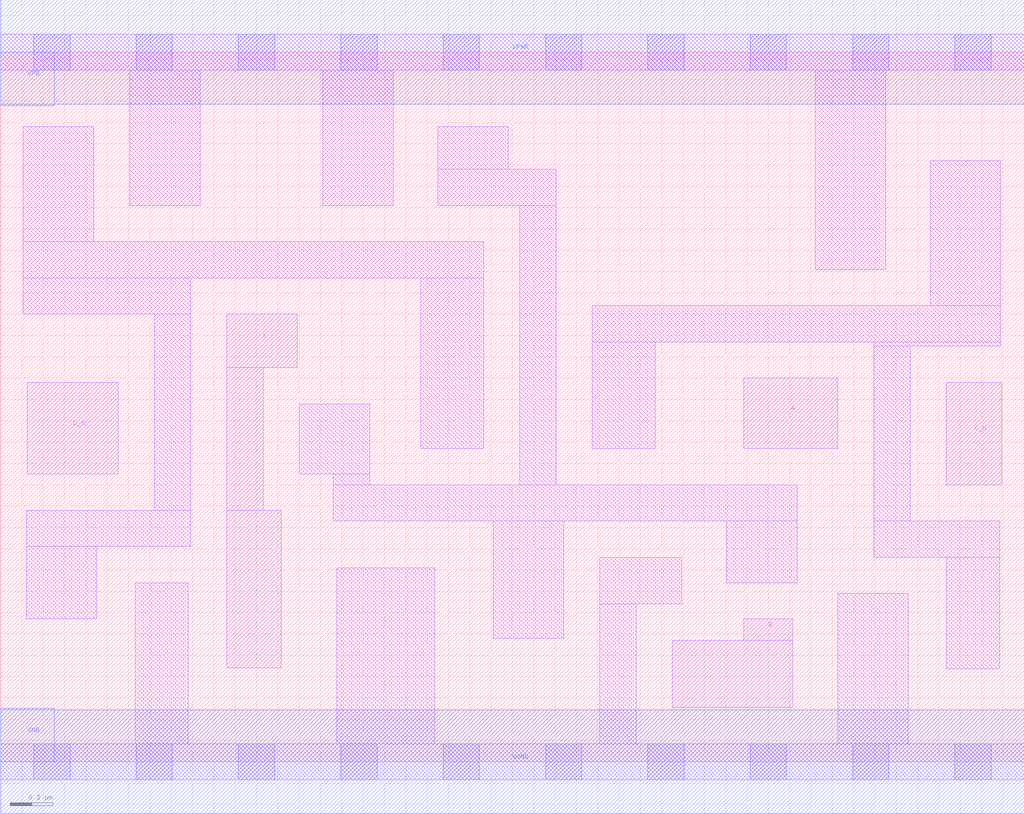
<source format=lef>
# Copyright 2020 The SkyWater PDK Authors
#
# Licensed under the Apache License, Version 2.0 (the "License");
# you may not use this file except in compliance with the License.
# You may obtain a copy of the License at
#
#     https://www.apache.org/licenses/LICENSE-2.0
#
# Unless required by applicable law or agreed to in writing, software
# distributed under the License is distributed on an "AS IS" BASIS,
# WITHOUT WARRANTIES OR CONDITIONS OF ANY KIND, either express or implied.
# See the License for the specific language governing permissions and
# limitations under the License.
#
# SPDX-License-Identifier: Apache-2.0

VERSION 5.5 ;
NAMESCASESENSITIVE ON ;
BUSBITCHARS "[]" ;
DIVIDERCHAR "/" ;
MACRO sky130_fd_sc_hs__or4bb_2
  CLASS CORE ;
  SOURCE USER ;
  ORIGIN  0.000000  0.000000 ;
  SIZE  4.800000 BY  3.330000 ;
  SYMMETRY X Y ;
  SITE unit ;
  PIN A
    ANTENNAGATEAREA  0.246000 ;
    DIRECTION INPUT ;
    USE SIGNAL ;
    PORT
      LAYER li1 ;
        RECT 3.485000 1.470000 3.925000 1.800000 ;
    END
  END A
  PIN B
    ANTENNAGATEAREA  0.246000 ;
    DIRECTION INPUT ;
    USE SIGNAL ;
    PORT
      LAYER li1 ;
        RECT 3.150000 0.255000 3.715000 0.570000 ;
        RECT 3.485000 0.570000 3.715000 0.670000 ;
    END
  END B
  PIN C_N
    ANTENNAGATEAREA  0.208000 ;
    DIRECTION INPUT ;
    USE SIGNAL ;
    PORT
      LAYER li1 ;
        RECT 4.435000 1.300000 4.695000 1.780000 ;
    END
  END C_N
  PIN D_N
    ANTENNAGATEAREA  0.208000 ;
    DIRECTION INPUT ;
    USE SIGNAL ;
    PORT
      LAYER li1 ;
        RECT 0.125000 1.350000 0.550000 1.780000 ;
    END
  END D_N
  PIN X
    ANTENNADIFFAREA  0.543200 ;
    DIRECTION OUTPUT ;
    USE SIGNAL ;
    PORT
      LAYER li1 ;
        RECT 1.060000 0.440000 1.315000 1.180000 ;
        RECT 1.060000 1.180000 1.230000 1.850000 ;
        RECT 1.060000 1.850000 1.390000 2.100000 ;
    END
  END X
  PIN VGND
    DIRECTION INOUT ;
    USE GROUND ;
    PORT
      LAYER met1 ;
        RECT 0.000000 -0.245000 4.800000 0.245000 ;
    END
  END VGND
  PIN VNB
    DIRECTION INOUT ;
    USE GROUND ;
    PORT
      LAYER met1 ;
        RECT 0.000000 0.000000 0.250000 0.250000 ;
    END
  END VNB
  PIN VPB
    DIRECTION INOUT ;
    USE POWER ;
    PORT
      LAYER met1 ;
        RECT 0.000000 3.080000 0.250000 3.330000 ;
    END
  END VPB
  PIN VPWR
    DIRECTION INOUT ;
    USE POWER ;
    PORT
      LAYER met1 ;
        RECT 0.000000 3.085000 4.800000 3.575000 ;
    END
  END VPWR
  OBS
    LAYER li1 ;
      RECT 0.000000 -0.085000 4.800000 0.085000 ;
      RECT 0.000000  3.245000 4.800000 3.415000 ;
      RECT 0.105000  2.100000 0.890000 2.270000 ;
      RECT 0.105000  2.270000 2.265000 2.440000 ;
      RECT 0.105000  2.440000 0.435000 2.980000 ;
      RECT 0.120000  0.670000 0.450000 1.010000 ;
      RECT 0.120000  1.010000 0.890000 1.180000 ;
      RECT 0.605000  2.610000 0.935000 3.245000 ;
      RECT 0.630000  0.085000 0.880000 0.840000 ;
      RECT 0.720000  1.180000 0.890000 2.100000 ;
      RECT 1.400000  1.350000 1.730000 1.680000 ;
      RECT 1.510000  2.610000 1.840000 3.245000 ;
      RECT 1.560000  1.130000 3.735000 1.300000 ;
      RECT 1.560000  1.300000 1.730000 1.350000 ;
      RECT 1.575000  0.085000 2.035000 0.910000 ;
      RECT 1.970000  1.470000 2.265000 2.270000 ;
      RECT 2.050000  2.610000 2.605000 2.780000 ;
      RECT 2.050000  2.780000 2.380000 2.980000 ;
      RECT 2.310000  0.580000 2.640000 1.130000 ;
      RECT 2.435000  1.300000 2.605000 2.610000 ;
      RECT 2.775000  1.470000 3.070000 1.970000 ;
      RECT 2.775000  1.970000 4.690000 2.140000 ;
      RECT 2.810000  0.085000 2.980000 0.740000 ;
      RECT 2.810000  0.740000 3.195000 0.960000 ;
      RECT 3.405000  0.840000 3.735000 1.130000 ;
      RECT 3.820000  2.310000 4.150000 3.245000 ;
      RECT 3.925000  0.085000 4.255000 0.790000 ;
      RECT 4.095000  0.960000 4.685000 1.130000 ;
      RECT 4.095000  1.130000 4.265000 1.950000 ;
      RECT 4.095000  1.950000 4.690000 1.970000 ;
      RECT 4.360000  2.140000 4.690000 2.820000 ;
      RECT 4.435000  0.435000 4.685000 0.960000 ;
    LAYER mcon ;
      RECT 0.155000 -0.085000 0.325000 0.085000 ;
      RECT 0.155000  3.245000 0.325000 3.415000 ;
      RECT 0.635000 -0.085000 0.805000 0.085000 ;
      RECT 0.635000  3.245000 0.805000 3.415000 ;
      RECT 1.115000 -0.085000 1.285000 0.085000 ;
      RECT 1.115000  3.245000 1.285000 3.415000 ;
      RECT 1.595000 -0.085000 1.765000 0.085000 ;
      RECT 1.595000  3.245000 1.765000 3.415000 ;
      RECT 2.075000 -0.085000 2.245000 0.085000 ;
      RECT 2.075000  3.245000 2.245000 3.415000 ;
      RECT 2.555000 -0.085000 2.725000 0.085000 ;
      RECT 2.555000  3.245000 2.725000 3.415000 ;
      RECT 3.035000 -0.085000 3.205000 0.085000 ;
      RECT 3.035000  3.245000 3.205000 3.415000 ;
      RECT 3.515000 -0.085000 3.685000 0.085000 ;
      RECT 3.515000  3.245000 3.685000 3.415000 ;
      RECT 3.995000 -0.085000 4.165000 0.085000 ;
      RECT 3.995000  3.245000 4.165000 3.415000 ;
      RECT 4.475000 -0.085000 4.645000 0.085000 ;
      RECT 4.475000  3.245000 4.645000 3.415000 ;
  END
END sky130_fd_sc_hs__or4bb_2
END LIBRARY

</source>
